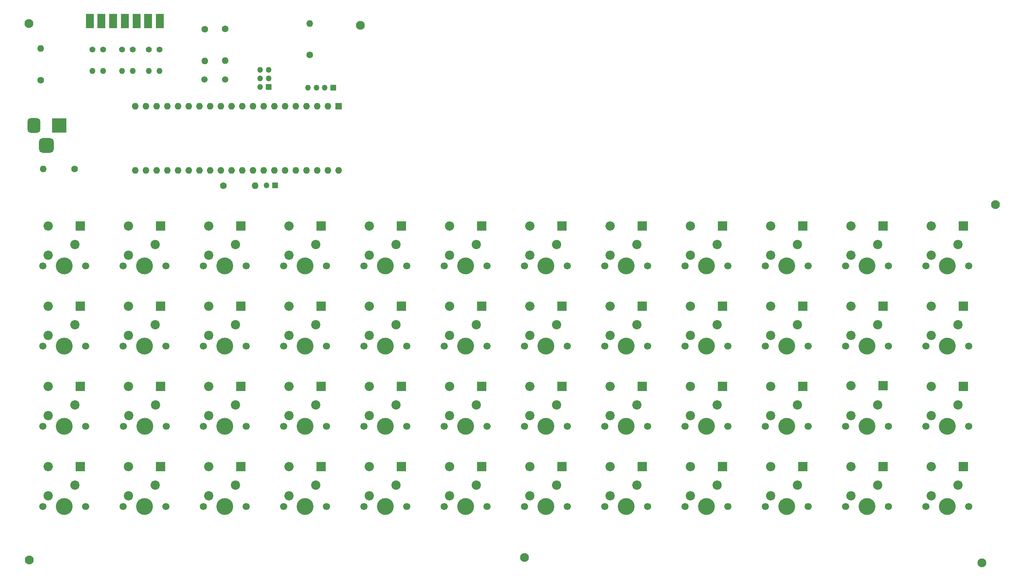
<source format=gbr>
%TF.GenerationSoftware,KiCad,Pcbnew,(6.0.0-0)*%
%TF.CreationDate,2022-06-17T23:46:41-04:00*%
%TF.ProjectId,justin-freetracing,6a757374-696e-42d6-9672-656574726163,rev?*%
%TF.SameCoordinates,Original*%
%TF.FileFunction,Soldermask,Bot*%
%TF.FilePolarity,Negative*%
%FSLAX46Y46*%
G04 Gerber Fmt 4.6, Leading zero omitted, Abs format (unit mm)*
G04 Created by KiCad (PCBNEW (6.0.0-0)) date 2022-06-17 23:46:41*
%MOMM*%
%LPD*%
G01*
G04 APERTURE LIST*
G04 Aperture macros list*
%AMRoundRect*
0 Rectangle with rounded corners*
0 $1 Rounding radius*
0 $2 $3 $4 $5 $6 $7 $8 $9 X,Y pos of 4 corners*
0 Add a 4 corners polygon primitive as box body*
4,1,4,$2,$3,$4,$5,$6,$7,$8,$9,$2,$3,0*
0 Add four circle primitives for the rounded corners*
1,1,$1+$1,$2,$3*
1,1,$1+$1,$4,$5*
1,1,$1+$1,$6,$7*
1,1,$1+$1,$8,$9*
0 Add four rect primitives between the rounded corners*
20,1,$1+$1,$2,$3,$4,$5,0*
20,1,$1+$1,$4,$5,$6,$7,0*
20,1,$1+$1,$6,$7,$8,$9,0*
20,1,$1+$1,$8,$9,$2,$3,0*%
G04 Aperture macros list end*
%ADD10R,3.500000X3.500000*%
%ADD11RoundRect,0.750000X-0.750000X-1.000000X0.750000X-1.000000X0.750000X1.000000X-0.750000X1.000000X0*%
%ADD12RoundRect,0.875000X-0.875000X-0.875000X0.875000X-0.875000X0.875000X0.875000X-0.875000X0.875000X0*%
%ADD13C,1.600000*%
%ADD14O,1.600000X1.600000*%
%ADD15R,1.350000X1.350000*%
%ADD16O,1.350000X1.350000*%
%ADD17C,1.700000*%
%ADD18C,4.000000*%
%ADD19C,2.200000*%
%ADD20C,2.100000*%
%ADD21R,1.600000X1.600000*%
%ADD22R,1.846667X3.480000*%
%ADD23C,1.500000*%
%ADD24R,2.200000X2.200000*%
%ADD25O,2.200000X2.200000*%
%ADD26C,1.400000*%
%ADD27O,1.400000X1.400000*%
G04 APERTURE END LIST*
D10*
%TO.C,J5*%
X21670000Y-73300000D03*
D11*
X15670000Y-73300000D03*
D12*
X18670000Y-78000000D03*
%TD*%
D13*
%TO.C,C6*%
X25380000Y-83640000D03*
D14*
X17880000Y-83640000D03*
%TD*%
%TO.C,C5*%
X17280000Y-55020000D03*
D13*
X17280000Y-62520000D03*
%TD*%
%TO.C,C4*%
X81160000Y-56570000D03*
D14*
X81160000Y-49070000D03*
%TD*%
D15*
%TO.C,J2*%
X71393000Y-64126000D03*
D16*
X69393000Y-64126000D03*
X71393000Y-62126000D03*
X69393000Y-62126000D03*
X71393000Y-60126000D03*
X69393000Y-60126000D03*
%TD*%
D17*
%TO.C,K27*%
X132080000Y-144780000D03*
D18*
X137160000Y-144780000D03*
D17*
X142240000Y-144780000D03*
D19*
X139700000Y-139700000D03*
X133350000Y-142240000D03*
%TD*%
D20*
%TO.C,REF2*%
X14490000Y-49100000D03*
%TD*%
D17*
%TO.C,K6*%
X46990000Y-125730000D03*
D18*
X41910000Y-125730000D03*
D17*
X36830000Y-125730000D03*
D19*
X44450000Y-120650000D03*
X38100000Y-123190000D03*
%TD*%
D17*
%TO.C,K26*%
X132080000Y-125730000D03*
X142240000Y-125730000D03*
D18*
X137160000Y-125730000D03*
D19*
X139700000Y-120650000D03*
X133350000Y-123190000D03*
%TD*%
D20*
%TO.C,REF1*%
X93160000Y-49500000D03*
%TD*%
D17*
%TO.C,K25*%
X142240000Y-106680000D03*
X132080000Y-106680000D03*
D18*
X137160000Y-106680000D03*
D19*
X139700000Y-101600000D03*
X133350000Y-104140000D03*
%TD*%
D21*
%TO.C,U1*%
X87985000Y-68705000D03*
D14*
X85445000Y-68705000D03*
X82905000Y-68705000D03*
X80365000Y-68705000D03*
X77825000Y-68705000D03*
X75285000Y-68705000D03*
X72745000Y-68705000D03*
X70205000Y-68705000D03*
X67665000Y-68705000D03*
X65125000Y-68705000D03*
X62585000Y-68705000D03*
X60045000Y-68705000D03*
X57505000Y-68705000D03*
X54965000Y-68705000D03*
X52425000Y-68705000D03*
X49885000Y-68705000D03*
X47345000Y-68705000D03*
X44805000Y-68705000D03*
X42265000Y-68705000D03*
X39725000Y-68705000D03*
X39725000Y-83945000D03*
X42265000Y-83945000D03*
X44805000Y-83945000D03*
X47345000Y-83945000D03*
X49885000Y-83945000D03*
X52425000Y-83945000D03*
X54965000Y-83945000D03*
X57505000Y-83945000D03*
X60045000Y-83945000D03*
X62585000Y-83945000D03*
X65125000Y-83945000D03*
X67665000Y-83945000D03*
X70205000Y-83945000D03*
X72745000Y-83945000D03*
X75285000Y-83945000D03*
X77825000Y-83945000D03*
X80365000Y-83945000D03*
X82905000Y-83945000D03*
X85445000Y-83945000D03*
X87985000Y-83945000D03*
%TD*%
D18*
%TO.C,K44*%
X213360000Y-163830000D03*
D17*
X218440000Y-163830000D03*
X208280000Y-163830000D03*
D19*
X215900000Y-158750000D03*
X209550000Y-161290000D03*
%TD*%
D17*
%TO.C,K33*%
X170180000Y-106680000D03*
D18*
X175260000Y-106680000D03*
D17*
X180340000Y-106680000D03*
D19*
X177800000Y-101600000D03*
X171450000Y-104140000D03*
%TD*%
D17*
%TO.C,K2*%
X27940000Y-125730000D03*
X17780000Y-125730000D03*
D18*
X22860000Y-125730000D03*
D19*
X25400000Y-120650000D03*
X19050000Y-123190000D03*
%TD*%
D14*
%TO.C,C3*%
X68150000Y-87570000D03*
D13*
X60650000Y-87570000D03*
%TD*%
D17*
%TO.C,K36*%
X180340000Y-163830000D03*
X170180000Y-163830000D03*
D18*
X175260000Y-163830000D03*
D19*
X177800000Y-158750000D03*
X171450000Y-161290000D03*
%TD*%
D17*
%TO.C,K8*%
X46990000Y-163830000D03*
D18*
X41910000Y-163830000D03*
D17*
X36830000Y-163830000D03*
D19*
X44450000Y-158750000D03*
X38100000Y-161290000D03*
%TD*%
D17*
%TO.C,K12*%
X66040000Y-163830000D03*
D18*
X60960000Y-163830000D03*
D17*
X55880000Y-163830000D03*
D19*
X63500000Y-158750000D03*
X57150000Y-161290000D03*
%TD*%
D17*
%TO.C,K5*%
X46990000Y-106680000D03*
X36830000Y-106680000D03*
D18*
X41910000Y-106680000D03*
D19*
X44450000Y-101600000D03*
X38100000Y-104140000D03*
%TD*%
D17*
%TO.C,K14*%
X74930000Y-125730000D03*
D18*
X80010000Y-125730000D03*
D17*
X85090000Y-125730000D03*
D19*
X82550000Y-120650000D03*
X76200000Y-123190000D03*
%TD*%
D17*
%TO.C,K38*%
X189230000Y-125730000D03*
D18*
X194310000Y-125730000D03*
D17*
X199390000Y-125730000D03*
D19*
X196850000Y-120650000D03*
X190500000Y-123190000D03*
%TD*%
D18*
%TO.C,K23*%
X118110000Y-144780000D03*
D17*
X123190000Y-144780000D03*
X113030000Y-144780000D03*
D19*
X120650000Y-139700000D03*
X114300000Y-142240000D03*
%TD*%
D17*
%TO.C,K16*%
X74930000Y-163830000D03*
X85090000Y-163830000D03*
D18*
X80010000Y-163830000D03*
D19*
X82550000Y-158750000D03*
X76200000Y-161290000D03*
%TD*%
D17*
%TO.C,K10*%
X66040000Y-125730000D03*
X55880000Y-125730000D03*
D18*
X60960000Y-125730000D03*
D19*
X63500000Y-120650000D03*
X57150000Y-123190000D03*
%TD*%
D18*
%TO.C,K43*%
X213360000Y-144780000D03*
D17*
X208280000Y-144780000D03*
X218440000Y-144780000D03*
D19*
X215900000Y-139700000D03*
X209550000Y-142240000D03*
%TD*%
D17*
%TO.C,K48*%
X237490000Y-144780000D03*
D18*
X232410000Y-144780000D03*
D17*
X227330000Y-144780000D03*
D19*
X234950000Y-139700000D03*
X228600000Y-142240000D03*
%TD*%
D15*
%TO.C,J4*%
X86719000Y-64358000D03*
D16*
X84719000Y-64358000D03*
X82719000Y-64358000D03*
X80719000Y-64358000D03*
%TD*%
D18*
%TO.C,K13*%
X80010000Y-106680000D03*
D17*
X85090000Y-106680000D03*
X74930000Y-106680000D03*
D19*
X82550000Y-101600000D03*
X76200000Y-104140000D03*
%TD*%
D20*
%TO.C,REF7*%
X243840000Y-92075000D03*
%TD*%
%TO.C,REF4*%
X240665000Y-177165000D03*
%TD*%
D17*
%TO.C,K29*%
X161290000Y-106680000D03*
D18*
X156210000Y-106680000D03*
D17*
X151130000Y-106680000D03*
D19*
X158750000Y-101600000D03*
X152400000Y-104140000D03*
%TD*%
D17*
%TO.C,K15*%
X85090000Y-144780000D03*
D18*
X80010000Y-144780000D03*
D17*
X74930000Y-144780000D03*
D19*
X82550000Y-139700000D03*
X76200000Y-142240000D03*
%TD*%
D20*
%TO.C,REF6*%
X132080000Y-175895000D03*
%TD*%
D17*
%TO.C,K7*%
X47117000Y-144780000D03*
X36957000Y-144780000D03*
D18*
X42037000Y-144780000D03*
D19*
X44577000Y-139700000D03*
X38227000Y-142240000D03*
%TD*%
D17*
%TO.C,K47*%
X227330000Y-125730000D03*
D18*
X232410000Y-125730000D03*
D17*
X237490000Y-125730000D03*
D19*
X234950000Y-120650000D03*
X228600000Y-123190000D03*
%TD*%
D17*
%TO.C,K28*%
X132080000Y-163830000D03*
D18*
X137160000Y-163830000D03*
D17*
X142240000Y-163830000D03*
D19*
X139700000Y-158750000D03*
X133350000Y-161290000D03*
%TD*%
D18*
%TO.C,K46*%
X232410000Y-106680000D03*
D17*
X237490000Y-106680000D03*
X227330000Y-106680000D03*
D19*
X234950000Y-101600000D03*
X228600000Y-104140000D03*
%TD*%
D17*
%TO.C,K9*%
X55880000Y-106680000D03*
D18*
X60960000Y-106680000D03*
D17*
X66040000Y-106680000D03*
D19*
X63500000Y-101600000D03*
X57150000Y-104140000D03*
%TD*%
D20*
%TO.C,REF3*%
X14605000Y-176530000D03*
%TD*%
D17*
%TO.C,K20*%
X93980000Y-163830000D03*
X104140000Y-163830000D03*
D18*
X99060000Y-163830000D03*
D19*
X101600000Y-158750000D03*
X95250000Y-161290000D03*
%TD*%
D18*
%TO.C,K45*%
X232410000Y-163830000D03*
D17*
X237490000Y-163830000D03*
X227330000Y-163830000D03*
D19*
X234950000Y-158750000D03*
X228600000Y-161290000D03*
%TD*%
D22*
%TO.C,J1*%
X28960000Y-48482500D03*
X31730000Y-48482500D03*
X34500000Y-48482500D03*
X37270000Y-48482500D03*
X40040000Y-48482500D03*
X42810000Y-48482500D03*
X45580000Y-48482500D03*
%TD*%
D18*
%TO.C,K17*%
X99060000Y-106680000D03*
D17*
X93980000Y-106680000D03*
X104140000Y-106680000D03*
D19*
X101600000Y-101600000D03*
X95250000Y-104140000D03*
%TD*%
D18*
%TO.C,K34*%
X175260000Y-125730000D03*
D17*
X180340000Y-125730000D03*
X170180000Y-125730000D03*
D19*
X177800000Y-120650000D03*
X171450000Y-123190000D03*
%TD*%
D17*
%TO.C,K32*%
X161290000Y-163830000D03*
D18*
X156210000Y-163830000D03*
D17*
X151130000Y-163830000D03*
D19*
X158750000Y-158750000D03*
X152400000Y-161290000D03*
%TD*%
D17*
%TO.C,K40*%
X189230000Y-163830000D03*
X199390000Y-163830000D03*
D18*
X194310000Y-163830000D03*
D19*
X196850000Y-158750000D03*
X190500000Y-161290000D03*
%TD*%
D17*
%TO.C,K31*%
X161290000Y-144780000D03*
X151130000Y-144780000D03*
D18*
X156210000Y-144780000D03*
D19*
X158750000Y-139700000D03*
X152400000Y-142240000D03*
%TD*%
D17*
%TO.C,K18*%
X104140000Y-125730000D03*
D18*
X99060000Y-125730000D03*
D17*
X93980000Y-125730000D03*
D19*
X101600000Y-120650000D03*
X95250000Y-123190000D03*
%TD*%
D17*
%TO.C,K41*%
X218440000Y-106680000D03*
X208280000Y-106680000D03*
D18*
X213360000Y-106680000D03*
D19*
X215900000Y-101600000D03*
X209550000Y-104140000D03*
%TD*%
D17*
%TO.C,K39*%
X199390000Y-144780000D03*
X189230000Y-144780000D03*
D18*
X194310000Y-144780000D03*
D19*
X196850000Y-139700000D03*
X190500000Y-142240000D03*
%TD*%
D17*
%TO.C,K21*%
X113030000Y-106680000D03*
D18*
X118110000Y-106680000D03*
D17*
X123190000Y-106680000D03*
D19*
X120650000Y-101600000D03*
X114300000Y-104140000D03*
%TD*%
D14*
%TO.C,C2*%
X61075000Y-57880000D03*
D13*
X61075000Y-50380000D03*
%TD*%
D17*
%TO.C,K37*%
X189230000Y-106680000D03*
D18*
X194310000Y-106680000D03*
D17*
X199390000Y-106680000D03*
D19*
X196850000Y-101600000D03*
X190500000Y-104140000D03*
%TD*%
D18*
%TO.C,K3*%
X22860000Y-144780000D03*
D17*
X17780000Y-144780000D03*
X27940000Y-144780000D03*
D19*
X25400000Y-139700000D03*
X19050000Y-142240000D03*
%TD*%
D17*
%TO.C,K24*%
X113030000Y-163830000D03*
X123190000Y-163830000D03*
D18*
X118110000Y-163830000D03*
D19*
X120650000Y-158750000D03*
X114300000Y-161290000D03*
%TD*%
D14*
%TO.C,C1*%
X56230000Y-57940000D03*
D13*
X56230000Y-50440000D03*
%TD*%
D17*
%TO.C,K1*%
X17780000Y-106680000D03*
X27940000Y-106680000D03*
D18*
X22860000Y-106680000D03*
D19*
X25400000Y-101600000D03*
X19050000Y-104140000D03*
%TD*%
D15*
%TO.C,J3*%
X72920000Y-87500000D03*
D16*
X70920000Y-87500000D03*
%TD*%
D17*
%TO.C,K42*%
X208280000Y-125730000D03*
X218440000Y-125730000D03*
D18*
X213360000Y-125730000D03*
D19*
X215900000Y-120650000D03*
X209550000Y-123190000D03*
%TD*%
D17*
%TO.C,K19*%
X104140000Y-144780000D03*
D18*
X99060000Y-144780000D03*
D17*
X93980000Y-144780000D03*
D19*
X101600000Y-139700000D03*
X95250000Y-142240000D03*
%TD*%
D17*
%TO.C,K35*%
X180340000Y-144780000D03*
D18*
X175260000Y-144780000D03*
D17*
X170180000Y-144780000D03*
D19*
X177800000Y-139700000D03*
X171450000Y-142240000D03*
%TD*%
D18*
%TO.C,K11*%
X60960000Y-144780000D03*
D17*
X55880000Y-144780000D03*
X66040000Y-144780000D03*
D19*
X63500000Y-139700000D03*
X57150000Y-142240000D03*
%TD*%
D17*
%TO.C,K22*%
X123190000Y-125730000D03*
D18*
X118110000Y-125730000D03*
D17*
X113030000Y-125730000D03*
D19*
X120650000Y-120650000D03*
X114300000Y-123190000D03*
%TD*%
D17*
%TO.C,K4*%
X27940000Y-163830000D03*
D18*
X22860000Y-163830000D03*
D17*
X17780000Y-163830000D03*
D19*
X25400000Y-158750000D03*
X19050000Y-161290000D03*
%TD*%
D23*
%TO.C,Y1*%
X61075000Y-62405000D03*
X56195000Y-62405000D03*
%TD*%
D18*
%TO.C,K30*%
X156210000Y-125730000D03*
D17*
X151130000Y-125730000D03*
X161290000Y-125730000D03*
D19*
X158750000Y-120650000D03*
X152400000Y-123190000D03*
%TD*%
D24*
%TO.C,D45*%
X236220000Y-154305000D03*
D25*
X228600000Y-154305000D03*
%TD*%
D24*
%TO.C,D17*%
X102870000Y-97155000D03*
D25*
X95250000Y-97155000D03*
%TD*%
D24*
%TO.C,D25*%
X140970000Y-97155000D03*
D25*
X133350000Y-97155000D03*
%TD*%
D24*
%TO.C,D23*%
X121920000Y-135255000D03*
D25*
X114300000Y-135255000D03*
%TD*%
D24*
%TO.C,D7*%
X45720000Y-135255000D03*
D25*
X38100000Y-135255000D03*
%TD*%
D26*
%TO.C,R50*%
X29595000Y-55245000D03*
D27*
X29595000Y-60325000D03*
%TD*%
D24*
%TO.C,D37*%
X198120000Y-97155000D03*
D25*
X190500000Y-97155000D03*
%TD*%
D24*
%TO.C,D41*%
X217170000Y-97155000D03*
D25*
X209550000Y-97155000D03*
%TD*%
D24*
%TO.C,D28*%
X140970000Y-154305000D03*
D25*
X133350000Y-154305000D03*
%TD*%
D24*
%TO.C,D11*%
X64770000Y-135255000D03*
D25*
X57150000Y-135255000D03*
%TD*%
D24*
%TO.C,D43*%
X217170000Y-135128000D03*
D25*
X209550000Y-135128000D03*
%TD*%
D26*
%TO.C,R52*%
X39120000Y-55245000D03*
D27*
X39120000Y-60325000D03*
%TD*%
D24*
%TO.C,D21*%
X121920000Y-97155000D03*
D25*
X114300000Y-97155000D03*
%TD*%
D24*
%TO.C,D27*%
X140970000Y-135255000D03*
D25*
X133350000Y-135255000D03*
%TD*%
D24*
%TO.C,D35*%
X179070000Y-135255000D03*
D25*
X171450000Y-135255000D03*
%TD*%
D24*
%TO.C,D16*%
X83820000Y-154305000D03*
D25*
X76200000Y-154305000D03*
%TD*%
D24*
%TO.C,D19*%
X102870000Y-135255000D03*
D25*
X95250000Y-135255000D03*
%TD*%
D24*
%TO.C,D42*%
X217170000Y-116205000D03*
D25*
X209550000Y-116205000D03*
%TD*%
D24*
%TO.C,D31*%
X160020000Y-135255000D03*
D25*
X152400000Y-135255000D03*
%TD*%
D24*
%TO.C,D38*%
X198120000Y-116205000D03*
D25*
X190500000Y-116205000D03*
%TD*%
D24*
%TO.C,D15*%
X83820000Y-135255000D03*
D25*
X76200000Y-135255000D03*
%TD*%
D24*
%TO.C,D34*%
X179070000Y-116205000D03*
D25*
X171450000Y-116205000D03*
%TD*%
D24*
%TO.C,D10*%
X64770000Y-116205000D03*
D25*
X57150000Y-116205000D03*
%TD*%
D26*
%TO.C,R53*%
X42930000Y-55245000D03*
D27*
X42930000Y-60325000D03*
%TD*%
D24*
%TO.C,D40*%
X198120000Y-154305000D03*
D25*
X190500000Y-154305000D03*
%TD*%
D24*
%TO.C,D13*%
X83820000Y-97155000D03*
D25*
X76200000Y-97155000D03*
%TD*%
D24*
%TO.C,D29*%
X160020000Y-97155000D03*
D25*
X152400000Y-97155000D03*
%TD*%
D24*
%TO.C,D6*%
X45720000Y-116205000D03*
D25*
X38100000Y-116205000D03*
%TD*%
D24*
%TO.C,D5*%
X45720000Y-97155000D03*
D25*
X38100000Y-97155000D03*
%TD*%
D24*
%TO.C,D12*%
X64770000Y-154305000D03*
D25*
X57150000Y-154305000D03*
%TD*%
D24*
%TO.C,D32*%
X160020000Y-154305000D03*
D25*
X152400000Y-154305000D03*
%TD*%
D24*
%TO.C,D44*%
X217170000Y-154305000D03*
D25*
X209550000Y-154305000D03*
%TD*%
D26*
%TO.C,R54*%
X32135000Y-55245000D03*
D27*
X32135000Y-60325000D03*
%TD*%
D24*
%TO.C,D8*%
X45720000Y-154305000D03*
D25*
X38100000Y-154305000D03*
%TD*%
D24*
%TO.C,D9*%
X64770000Y-97155000D03*
D25*
X57150000Y-97155000D03*
%TD*%
D24*
%TO.C,D14*%
X83820000Y-116205000D03*
D25*
X76200000Y-116205000D03*
%TD*%
D24*
%TO.C,D20*%
X102870000Y-154305000D03*
D25*
X95250000Y-154305000D03*
%TD*%
D24*
%TO.C,D46*%
X236220000Y-97155000D03*
D25*
X228600000Y-97155000D03*
%TD*%
D24*
%TO.C,D18*%
X102870000Y-116205000D03*
D25*
X95250000Y-116205000D03*
%TD*%
D24*
%TO.C,D47*%
X236220000Y-116205000D03*
D25*
X228600000Y-116205000D03*
%TD*%
D24*
%TO.C,D24*%
X121920000Y-154305000D03*
D25*
X114300000Y-154305000D03*
%TD*%
D24*
%TO.C,D22*%
X121920000Y-116205000D03*
D25*
X114300000Y-116205000D03*
%TD*%
D26*
%TO.C,R49*%
X36580000Y-55245000D03*
D27*
X36580000Y-60325000D03*
%TD*%
D24*
%TO.C,D4*%
X26670000Y-154305000D03*
D25*
X19050000Y-154305000D03*
%TD*%
D24*
%TO.C,D3*%
X26670000Y-135255000D03*
D25*
X19050000Y-135255000D03*
%TD*%
D26*
%TO.C,R51*%
X45470000Y-55245000D03*
D27*
X45470000Y-60325000D03*
%TD*%
D24*
%TO.C,D1*%
X26670000Y-97155000D03*
D25*
X19050000Y-97155000D03*
%TD*%
D24*
%TO.C,D33*%
X179070000Y-97155000D03*
D25*
X171450000Y-97155000D03*
%TD*%
D24*
%TO.C,D2*%
X26670000Y-116205000D03*
D25*
X19050000Y-116205000D03*
%TD*%
D24*
%TO.C,D39*%
X198120000Y-135255000D03*
D25*
X190500000Y-135255000D03*
%TD*%
D24*
%TO.C,D26*%
X140970000Y-116205000D03*
D25*
X133350000Y-116205000D03*
%TD*%
D24*
%TO.C,D48*%
X236220000Y-135255000D03*
D25*
X228600000Y-135255000D03*
%TD*%
D24*
%TO.C,D36*%
X179070000Y-154305000D03*
D25*
X171450000Y-154305000D03*
%TD*%
D24*
%TO.C,D30*%
X160020000Y-116205000D03*
D25*
X152400000Y-116205000D03*
%TD*%
M02*

</source>
